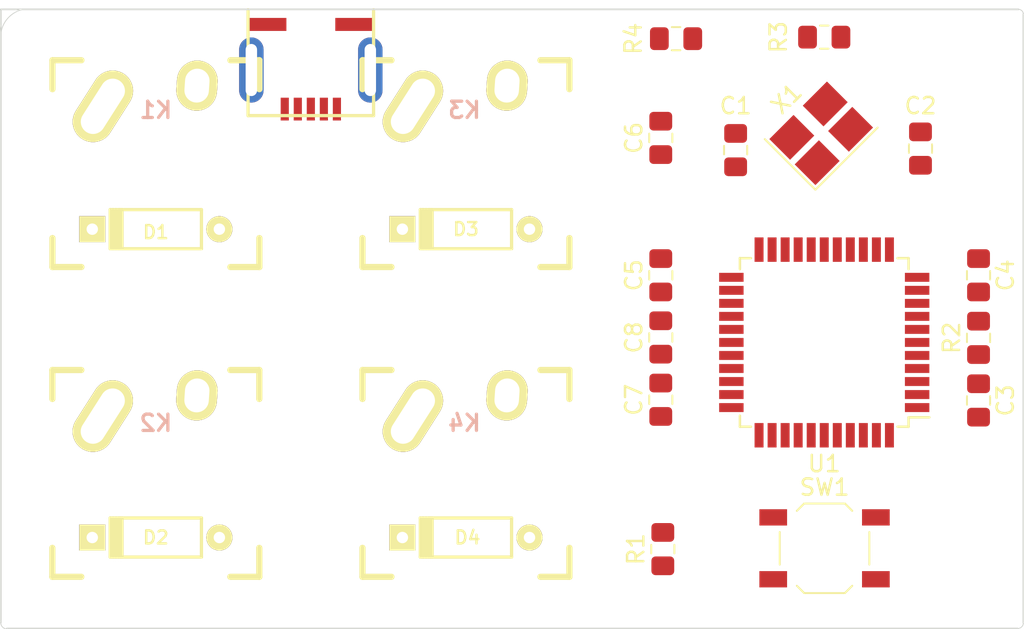
<source format=kicad_pcb>
(kicad_pcb (version 20171130) (host pcbnew "(5.1.5-0-10_14)")

  (general
    (thickness 1.6)
    (drawings 8)
    (tracks 0)
    (zones 0)
    (modules 24)
    (nets 43)
  )

  (page A4)
  (layers
    (0 F.Cu signal)
    (31 B.Cu signal)
    (32 B.Adhes user)
    (33 F.Adhes user)
    (34 B.Paste user)
    (35 F.Paste user)
    (36 B.SilkS user)
    (37 F.SilkS user)
    (38 B.Mask user)
    (39 F.Mask user)
    (40 Dwgs.User user)
    (41 Cmts.User user)
    (42 Eco1.User user)
    (43 Eco2.User user)
    (44 Edge.Cuts user)
    (45 Margin user)
    (46 B.CrtYd user)
    (47 F.CrtYd user)
    (48 B.Fab user)
    (49 F.Fab user)
  )

  (setup
    (last_trace_width 0.25)
    (trace_clearance 0.2)
    (zone_clearance 0.508)
    (zone_45_only no)
    (trace_min 0.2)
    (via_size 0.8)
    (via_drill 0.4)
    (via_min_size 0.4)
    (via_min_drill 0.3)
    (uvia_size 0.3)
    (uvia_drill 0.1)
    (uvias_allowed no)
    (uvia_min_size 0.2)
    (uvia_min_drill 0.1)
    (edge_width 0.05)
    (segment_width 0.2)
    (pcb_text_width 0.3)
    (pcb_text_size 1.5 1.5)
    (mod_edge_width 0.12)
    (mod_text_size 1 1)
    (mod_text_width 0.15)
    (pad_size 1.524 1.524)
    (pad_drill 0.762)
    (pad_to_mask_clearance 0.051)
    (solder_mask_min_width 0.25)
    (aux_axis_origin 0 0)
    (visible_elements FFFFFF7F)
    (pcbplotparams
      (layerselection 0x010fc_ffffffff)
      (usegerberextensions false)
      (usegerberattributes false)
      (usegerberadvancedattributes false)
      (creategerberjobfile false)
      (excludeedgelayer true)
      (linewidth 0.100000)
      (plotframeref false)
      (viasonmask false)
      (mode 1)
      (useauxorigin false)
      (hpglpennumber 1)
      (hpglpenspeed 20)
      (hpglpendiameter 15.000000)
      (psnegative false)
      (psa4output false)
      (plotreference true)
      (plotvalue true)
      (plotinvisibletext false)
      (padsonsilk false)
      (subtractmaskfromsilk false)
      (outputformat 1)
      (mirror false)
      (drillshape 1)
      (scaleselection 1)
      (outputdirectory ""))
  )

  (net 0 "")
  (net 1 +5V)
  (net 2 "Net-(C1-Pad1)")
  (net 3 "Net-(C2-Pad1)")
  (net 4 VCC)
  (net 5 "Net-(C8-Pad1)")
  (net 6 /row0)
  (net 7 "Net-(D1-Pad2)")
  (net 8 "Net-(D2-Pad2)")
  (net 9 /row1)
  (net 10 "Net-(D3-Pad2)")
  (net 11 "Net-(D4-Pad2)")
  (net 12 "Net-(J1-Pad2)")
  (net 13 "Net-(J1-Pad3)")
  (net 14 "Net-(J1-Pad4)")
  (net 15 /col0)
  (net 16 /col1)
  (net 17 "Net-(R1-Pad1)")
  (net 18 "Net-(R2-Pad2)")
  (net 19 "Net-(R3-Pad1)")
  (net 20 "Net-(R4-Pad1)")
  (net 21 "Net-(U1-Pad1)")
  (net 22 "Net-(U1-Pad8)")
  (net 23 "Net-(U1-Pad9)")
  (net 24 "Net-(U1-Pad10)")
  (net 25 "Net-(U1-Pad11)")
  (net 26 "Net-(U1-Pad12)")
  (net 27 "Net-(U1-Pad18)")
  (net 28 "Net-(U1-Pad19)")
  (net 29 "Net-(U1-Pad20)")
  (net 30 "Net-(U1-Pad21)")
  (net 31 "Net-(U1-Pad22)")
  (net 32 "Net-(U1-Pad25)")
  (net 33 "Net-(U1-Pad26)")
  (net 34 "Net-(U1-Pad27)")
  (net 35 "Net-(U1-Pad28)")
  (net 36 "Net-(U1-Pad29)")
  (net 37 "Net-(U1-Pad30)")
  (net 38 "Net-(U1-Pad31)")
  (net 39 "Net-(U1-Pad32)")
  (net 40 "Net-(U1-Pad36)")
  (net 41 "Net-(U1-Pad37)")
  (net 42 "Net-(U1-Pad42)")

  (net_class Default "This is the default net class."
    (clearance 0.2)
    (trace_width 0.25)
    (via_dia 0.8)
    (via_drill 0.4)
    (uvia_dia 0.3)
    (uvia_drill 0.1)
    (add_net +5V)
    (add_net /col0)
    (add_net /col1)
    (add_net /row0)
    (add_net /row1)
    (add_net "Net-(C1-Pad1)")
    (add_net "Net-(C2-Pad1)")
    (add_net "Net-(C8-Pad1)")
    (add_net "Net-(D1-Pad2)")
    (add_net "Net-(D2-Pad2)")
    (add_net "Net-(D3-Pad2)")
    (add_net "Net-(D4-Pad2)")
    (add_net "Net-(J1-Pad2)")
    (add_net "Net-(J1-Pad3)")
    (add_net "Net-(J1-Pad4)")
    (add_net "Net-(R1-Pad1)")
    (add_net "Net-(R2-Pad2)")
    (add_net "Net-(R3-Pad1)")
    (add_net "Net-(R4-Pad1)")
    (add_net "Net-(U1-Pad1)")
    (add_net "Net-(U1-Pad10)")
    (add_net "Net-(U1-Pad11)")
    (add_net "Net-(U1-Pad12)")
    (add_net "Net-(U1-Pad18)")
    (add_net "Net-(U1-Pad19)")
    (add_net "Net-(U1-Pad20)")
    (add_net "Net-(U1-Pad21)")
    (add_net "Net-(U1-Pad22)")
    (add_net "Net-(U1-Pad25)")
    (add_net "Net-(U1-Pad26)")
    (add_net "Net-(U1-Pad27)")
    (add_net "Net-(U1-Pad28)")
    (add_net "Net-(U1-Pad29)")
    (add_net "Net-(U1-Pad30)")
    (add_net "Net-(U1-Pad31)")
    (add_net "Net-(U1-Pad32)")
    (add_net "Net-(U1-Pad36)")
    (add_net "Net-(U1-Pad37)")
    (add_net "Net-(U1-Pad42)")
    (add_net "Net-(U1-Pad8)")
    (add_net "Net-(U1-Pad9)")
    (add_net VCC)
  )

  (module Capacitor_SMD:C_0805_2012Metric_Pad1.15x1.40mm_HandSolder (layer F.Cu) (tedit 5B36C52B) (tstamp 5E517B78)
    (at 169.96875 64.21875 90)
    (descr "Capacitor SMD 0805 (2012 Metric), square (rectangular) end terminal, IPC_7351 nominal with elongated pad for handsoldering. (Body size source: https://docs.google.com/spreadsheets/d/1BsfQQcO9C6DZCsRaXUlFlo91Tg2WpOkGARC1WS5S8t0/edit?usp=sharing), generated with kicad-footprint-generator")
    (tags "capacitor handsolder")
    (path /5E4BA97F)
    (attr smd)
    (fp_text reference C1 (at 2.71875 0 180) (layer F.SilkS)
      (effects (font (size 1 1) (thickness 0.15)))
    )
    (fp_text value 22p (at -2.90625 0 180) (layer F.Fab)
      (effects (font (size 1 1) (thickness 0.15)))
    )
    (fp_text user %R (at 0 0 90) (layer F.Fab)
      (effects (font (size 0.5 0.5) (thickness 0.08)))
    )
    (fp_line (start 1.85 0.95) (end -1.85 0.95) (layer F.CrtYd) (width 0.05))
    (fp_line (start 1.85 -0.95) (end 1.85 0.95) (layer F.CrtYd) (width 0.05))
    (fp_line (start -1.85 -0.95) (end 1.85 -0.95) (layer F.CrtYd) (width 0.05))
    (fp_line (start -1.85 0.95) (end -1.85 -0.95) (layer F.CrtYd) (width 0.05))
    (fp_line (start -0.261252 0.71) (end 0.261252 0.71) (layer F.SilkS) (width 0.12))
    (fp_line (start -0.261252 -0.71) (end 0.261252 -0.71) (layer F.SilkS) (width 0.12))
    (fp_line (start 1 0.6) (end -1 0.6) (layer F.Fab) (width 0.1))
    (fp_line (start 1 -0.6) (end 1 0.6) (layer F.Fab) (width 0.1))
    (fp_line (start -1 -0.6) (end 1 -0.6) (layer F.Fab) (width 0.1))
    (fp_line (start -1 0.6) (end -1 -0.6) (layer F.Fab) (width 0.1))
    (pad 2 smd roundrect (at 1.025 0 90) (size 1.15 1.4) (layers F.Cu F.Paste F.Mask) (roundrect_rratio 0.217391)
      (net 1 +5V))
    (pad 1 smd roundrect (at -1.025 0 90) (size 1.15 1.4) (layers F.Cu F.Paste F.Mask) (roundrect_rratio 0.217391)
      (net 2 "Net-(C1-Pad1)"))
    (model ${KISYS3DMOD}/Capacitor_SMD.3dshapes/C_0805_2012Metric.wrl
      (at (xyz 0 0 0))
      (scale (xyz 1 1 1))
      (rotate (xyz 0 0 0))
    )
  )

  (module Capacitor_SMD:C_0805_2012Metric_Pad1.15x1.40mm_HandSolder (layer F.Cu) (tedit 5B36C52B) (tstamp 5E5184A5)
    (at 181.3125 64.125 270)
    (descr "Capacitor SMD 0805 (2012 Metric), square (rectangular) end terminal, IPC_7351 nominal with elongated pad for handsoldering. (Body size source: https://docs.google.com/spreadsheets/d/1BsfQQcO9C6DZCsRaXUlFlo91Tg2WpOkGARC1WS5S8t0/edit?usp=sharing), generated with kicad-footprint-generator")
    (tags "capacitor handsolder")
    (path /5E4BB3B8)
    (attr smd)
    (fp_text reference C2 (at -2.625 0 180) (layer F.SilkS)
      (effects (font (size 1 1) (thickness 0.15)))
    )
    (fp_text value 22p (at 2.8125 0 180) (layer F.Fab)
      (effects (font (size 1 1) (thickness 0.15)))
    )
    (fp_line (start -1 0.6) (end -1 -0.6) (layer F.Fab) (width 0.1))
    (fp_line (start -1 -0.6) (end 1 -0.6) (layer F.Fab) (width 0.1))
    (fp_line (start 1 -0.6) (end 1 0.6) (layer F.Fab) (width 0.1))
    (fp_line (start 1 0.6) (end -1 0.6) (layer F.Fab) (width 0.1))
    (fp_line (start -0.261252 -0.71) (end 0.261252 -0.71) (layer F.SilkS) (width 0.12))
    (fp_line (start -0.261252 0.71) (end 0.261252 0.71) (layer F.SilkS) (width 0.12))
    (fp_line (start -1.85 0.95) (end -1.85 -0.95) (layer F.CrtYd) (width 0.05))
    (fp_line (start -1.85 -0.95) (end 1.85 -0.95) (layer F.CrtYd) (width 0.05))
    (fp_line (start 1.85 -0.95) (end 1.85 0.95) (layer F.CrtYd) (width 0.05))
    (fp_line (start 1.85 0.95) (end -1.85 0.95) (layer F.CrtYd) (width 0.05))
    (fp_text user %R (at 0 0 90) (layer F.Fab)
      (effects (font (size 0.5 0.5) (thickness 0.08)))
    )
    (pad 1 smd roundrect (at -1.025 0 270) (size 1.15 1.4) (layers F.Cu F.Paste F.Mask) (roundrect_rratio 0.217391)
      (net 3 "Net-(C2-Pad1)"))
    (pad 2 smd roundrect (at 1.025 0 270) (size 1.15 1.4) (layers F.Cu F.Paste F.Mask) (roundrect_rratio 0.217391)
      (net 1 +5V))
    (model ${KISYS3DMOD}/Capacitor_SMD.3dshapes/C_0805_2012Metric.wrl
      (at (xyz 0 0 0))
      (scale (xyz 1 1 1))
      (rotate (xyz 0 0 0))
    )
  )

  (module Capacitor_SMD:C_0805_2012Metric_Pad1.15x1.40mm_HandSolder (layer F.Cu) (tedit 5B36C52B) (tstamp 5E517B9A)
    (at 184.875 79.59375 270)
    (descr "Capacitor SMD 0805 (2012 Metric), square (rectangular) end terminal, IPC_7351 nominal with elongated pad for handsoldering. (Body size source: https://docs.google.com/spreadsheets/d/1BsfQQcO9C6DZCsRaXUlFlo91Tg2WpOkGARC1WS5S8t0/edit?usp=sharing), generated with kicad-footprint-generator")
    (tags "capacitor handsolder")
    (path /5E4C8B0E)
    (attr smd)
    (fp_text reference C3 (at 0 -1.65 90) (layer F.SilkS)
      (effects (font (size 1 1) (thickness 0.15)))
    )
    (fp_text value 0.1u (at 0 1.65 90) (layer F.Fab)
      (effects (font (size 1 1) (thickness 0.15)))
    )
    (fp_line (start -1 0.6) (end -1 -0.6) (layer F.Fab) (width 0.1))
    (fp_line (start -1 -0.6) (end 1 -0.6) (layer F.Fab) (width 0.1))
    (fp_line (start 1 -0.6) (end 1 0.6) (layer F.Fab) (width 0.1))
    (fp_line (start 1 0.6) (end -1 0.6) (layer F.Fab) (width 0.1))
    (fp_line (start -0.261252 -0.71) (end 0.261252 -0.71) (layer F.SilkS) (width 0.12))
    (fp_line (start -0.261252 0.71) (end 0.261252 0.71) (layer F.SilkS) (width 0.12))
    (fp_line (start -1.85 0.95) (end -1.85 -0.95) (layer F.CrtYd) (width 0.05))
    (fp_line (start -1.85 -0.95) (end 1.85 -0.95) (layer F.CrtYd) (width 0.05))
    (fp_line (start 1.85 -0.95) (end 1.85 0.95) (layer F.CrtYd) (width 0.05))
    (fp_line (start 1.85 0.95) (end -1.85 0.95) (layer F.CrtYd) (width 0.05))
    (fp_text user %R (at 0 0 90) (layer F.Fab)
      (effects (font (size 0.5 0.5) (thickness 0.08)))
    )
    (pad 1 smd roundrect (at -1.025 0 270) (size 1.15 1.4) (layers F.Cu F.Paste F.Mask) (roundrect_rratio 0.217391)
      (net 4 VCC))
    (pad 2 smd roundrect (at 1.025 0 270) (size 1.15 1.4) (layers F.Cu F.Paste F.Mask) (roundrect_rratio 0.217391)
      (net 1 +5V))
    (model ${KISYS3DMOD}/Capacitor_SMD.3dshapes/C_0805_2012Metric.wrl
      (at (xyz 0 0 0))
      (scale (xyz 1 1 1))
      (rotate (xyz 0 0 0))
    )
  )

  (module Capacitor_SMD:C_0805_2012Metric_Pad1.15x1.40mm_HandSolder (layer F.Cu) (tedit 5B36C52B) (tstamp 5E517BAB)
    (at 184.875 71.90625 270)
    (descr "Capacitor SMD 0805 (2012 Metric), square (rectangular) end terminal, IPC_7351 nominal with elongated pad for handsoldering. (Body size source: https://docs.google.com/spreadsheets/d/1BsfQQcO9C6DZCsRaXUlFlo91Tg2WpOkGARC1WS5S8t0/edit?usp=sharing), generated with kicad-footprint-generator")
    (tags "capacitor handsolder")
    (path /5E4C92B1)
    (attr smd)
    (fp_text reference C4 (at 0 -1.65 90) (layer F.SilkS)
      (effects (font (size 1 1) (thickness 0.15)))
    )
    (fp_text value 0.1u (at 0 1.65 90) (layer F.Fab)
      (effects (font (size 1 1) (thickness 0.15)))
    )
    (fp_text user %R (at 0 0 90) (layer F.Fab)
      (effects (font (size 0.5 0.5) (thickness 0.08)))
    )
    (fp_line (start 1.85 0.95) (end -1.85 0.95) (layer F.CrtYd) (width 0.05))
    (fp_line (start 1.85 -0.95) (end 1.85 0.95) (layer F.CrtYd) (width 0.05))
    (fp_line (start -1.85 -0.95) (end 1.85 -0.95) (layer F.CrtYd) (width 0.05))
    (fp_line (start -1.85 0.95) (end -1.85 -0.95) (layer F.CrtYd) (width 0.05))
    (fp_line (start -0.261252 0.71) (end 0.261252 0.71) (layer F.SilkS) (width 0.12))
    (fp_line (start -0.261252 -0.71) (end 0.261252 -0.71) (layer F.SilkS) (width 0.12))
    (fp_line (start 1 0.6) (end -1 0.6) (layer F.Fab) (width 0.1))
    (fp_line (start 1 -0.6) (end 1 0.6) (layer F.Fab) (width 0.1))
    (fp_line (start -1 -0.6) (end 1 -0.6) (layer F.Fab) (width 0.1))
    (fp_line (start -1 0.6) (end -1 -0.6) (layer F.Fab) (width 0.1))
    (pad 2 smd roundrect (at 1.025 0 270) (size 1.15 1.4) (layers F.Cu F.Paste F.Mask) (roundrect_rratio 0.217391)
      (net 1 +5V))
    (pad 1 smd roundrect (at -1.025 0 270) (size 1.15 1.4) (layers F.Cu F.Paste F.Mask) (roundrect_rratio 0.217391)
      (net 4 VCC))
    (model ${KISYS3DMOD}/Capacitor_SMD.3dshapes/C_0805_2012Metric.wrl
      (at (xyz 0 0 0))
      (scale (xyz 1 1 1))
      (rotate (xyz 0 0 0))
    )
  )

  (module Capacitor_SMD:C_0805_2012Metric_Pad1.15x1.40mm_HandSolder (layer F.Cu) (tedit 5B36C52B) (tstamp 5E517BBC)
    (at 165.375 71.90625 90)
    (descr "Capacitor SMD 0805 (2012 Metric), square (rectangular) end terminal, IPC_7351 nominal with elongated pad for handsoldering. (Body size source: https://docs.google.com/spreadsheets/d/1BsfQQcO9C6DZCsRaXUlFlo91Tg2WpOkGARC1WS5S8t0/edit?usp=sharing), generated with kicad-footprint-generator")
    (tags "capacitor handsolder")
    (path /5E4C9849)
    (attr smd)
    (fp_text reference C5 (at 0 -1.65 90) (layer F.SilkS)
      (effects (font (size 1 1) (thickness 0.15)))
    )
    (fp_text value 0.1u (at 0 1.65 90) (layer F.Fab)
      (effects (font (size 1 1) (thickness 0.15)))
    )
    (fp_line (start -1 0.6) (end -1 -0.6) (layer F.Fab) (width 0.1))
    (fp_line (start -1 -0.6) (end 1 -0.6) (layer F.Fab) (width 0.1))
    (fp_line (start 1 -0.6) (end 1 0.6) (layer F.Fab) (width 0.1))
    (fp_line (start 1 0.6) (end -1 0.6) (layer F.Fab) (width 0.1))
    (fp_line (start -0.261252 -0.71) (end 0.261252 -0.71) (layer F.SilkS) (width 0.12))
    (fp_line (start -0.261252 0.71) (end 0.261252 0.71) (layer F.SilkS) (width 0.12))
    (fp_line (start -1.85 0.95) (end -1.85 -0.95) (layer F.CrtYd) (width 0.05))
    (fp_line (start -1.85 -0.95) (end 1.85 -0.95) (layer F.CrtYd) (width 0.05))
    (fp_line (start 1.85 -0.95) (end 1.85 0.95) (layer F.CrtYd) (width 0.05))
    (fp_line (start 1.85 0.95) (end -1.85 0.95) (layer F.CrtYd) (width 0.05))
    (fp_text user %R (at 0 0 90) (layer F.Fab)
      (effects (font (size 0.5 0.5) (thickness 0.08)))
    )
    (pad 1 smd roundrect (at -1.025 0 90) (size 1.15 1.4) (layers F.Cu F.Paste F.Mask) (roundrect_rratio 0.217391)
      (net 4 VCC))
    (pad 2 smd roundrect (at 1.025 0 90) (size 1.15 1.4) (layers F.Cu F.Paste F.Mask) (roundrect_rratio 0.217391)
      (net 1 +5V))
    (model ${KISYS3DMOD}/Capacitor_SMD.3dshapes/C_0805_2012Metric.wrl
      (at (xyz 0 0 0))
      (scale (xyz 1 1 1))
      (rotate (xyz 0 0 0))
    )
  )

  (module Capacitor_SMD:C_0805_2012Metric_Pad1.15x1.40mm_HandSolder (layer F.Cu) (tedit 5B36C52B) (tstamp 5E517BCD)
    (at 165.375 63.46875 90)
    (descr "Capacitor SMD 0805 (2012 Metric), square (rectangular) end terminal, IPC_7351 nominal with elongated pad for handsoldering. (Body size source: https://docs.google.com/spreadsheets/d/1BsfQQcO9C6DZCsRaXUlFlo91Tg2WpOkGARC1WS5S8t0/edit?usp=sharing), generated with kicad-footprint-generator")
    (tags "capacitor handsolder")
    (path /5E4C9C15)
    (attr smd)
    (fp_text reference C6 (at 0 -1.65 90) (layer F.SilkS)
      (effects (font (size 1 1) (thickness 0.15)))
    )
    (fp_text value 0.1u (at 0 1.65 90) (layer F.Fab)
      (effects (font (size 1 1) (thickness 0.15)))
    )
    (fp_text user %R (at 0 0 90) (layer F.Fab)
      (effects (font (size 0.5 0.5) (thickness 0.08)))
    )
    (fp_line (start 1.85 0.95) (end -1.85 0.95) (layer F.CrtYd) (width 0.05))
    (fp_line (start 1.85 -0.95) (end 1.85 0.95) (layer F.CrtYd) (width 0.05))
    (fp_line (start -1.85 -0.95) (end 1.85 -0.95) (layer F.CrtYd) (width 0.05))
    (fp_line (start -1.85 0.95) (end -1.85 -0.95) (layer F.CrtYd) (width 0.05))
    (fp_line (start -0.261252 0.71) (end 0.261252 0.71) (layer F.SilkS) (width 0.12))
    (fp_line (start -0.261252 -0.71) (end 0.261252 -0.71) (layer F.SilkS) (width 0.12))
    (fp_line (start 1 0.6) (end -1 0.6) (layer F.Fab) (width 0.1))
    (fp_line (start 1 -0.6) (end 1 0.6) (layer F.Fab) (width 0.1))
    (fp_line (start -1 -0.6) (end 1 -0.6) (layer F.Fab) (width 0.1))
    (fp_line (start -1 0.6) (end -1 -0.6) (layer F.Fab) (width 0.1))
    (pad 2 smd roundrect (at 1.025 0 90) (size 1.15 1.4) (layers F.Cu F.Paste F.Mask) (roundrect_rratio 0.217391)
      (net 1 +5V))
    (pad 1 smd roundrect (at -1.025 0 90) (size 1.15 1.4) (layers F.Cu F.Paste F.Mask) (roundrect_rratio 0.217391)
      (net 4 VCC))
    (model ${KISYS3DMOD}/Capacitor_SMD.3dshapes/C_0805_2012Metric.wrl
      (at (xyz 0 0 0))
      (scale (xyz 1 1 1))
      (rotate (xyz 0 0 0))
    )
  )

  (module Capacitor_SMD:C_0805_2012Metric_Pad1.15x1.40mm_HandSolder (layer F.Cu) (tedit 5B36C52B) (tstamp 5E517BDE)
    (at 165.375 79.55 90)
    (descr "Capacitor SMD 0805 (2012 Metric), square (rectangular) end terminal, IPC_7351 nominal with elongated pad for handsoldering. (Body size source: https://docs.google.com/spreadsheets/d/1BsfQQcO9C6DZCsRaXUlFlo91Tg2WpOkGARC1WS5S8t0/edit?usp=sharing), generated with kicad-footprint-generator")
    (tags "capacitor handsolder")
    (path /5E4CA123)
    (attr smd)
    (fp_text reference C7 (at 0 -1.65 90) (layer F.SilkS)
      (effects (font (size 1 1) (thickness 0.15)))
    )
    (fp_text value 4.7u (at 0 1.65 90) (layer F.Fab)
      (effects (font (size 1 1) (thickness 0.15)))
    )
    (fp_line (start -1 0.6) (end -1 -0.6) (layer F.Fab) (width 0.1))
    (fp_line (start -1 -0.6) (end 1 -0.6) (layer F.Fab) (width 0.1))
    (fp_line (start 1 -0.6) (end 1 0.6) (layer F.Fab) (width 0.1))
    (fp_line (start 1 0.6) (end -1 0.6) (layer F.Fab) (width 0.1))
    (fp_line (start -0.261252 -0.71) (end 0.261252 -0.71) (layer F.SilkS) (width 0.12))
    (fp_line (start -0.261252 0.71) (end 0.261252 0.71) (layer F.SilkS) (width 0.12))
    (fp_line (start -1.85 0.95) (end -1.85 -0.95) (layer F.CrtYd) (width 0.05))
    (fp_line (start -1.85 -0.95) (end 1.85 -0.95) (layer F.CrtYd) (width 0.05))
    (fp_line (start 1.85 -0.95) (end 1.85 0.95) (layer F.CrtYd) (width 0.05))
    (fp_line (start 1.85 0.95) (end -1.85 0.95) (layer F.CrtYd) (width 0.05))
    (fp_text user %R (at 0 0 90) (layer F.Fab)
      (effects (font (size 0.5 0.5) (thickness 0.08)))
    )
    (pad 1 smd roundrect (at -1.025 0 90) (size 1.15 1.4) (layers F.Cu F.Paste F.Mask) (roundrect_rratio 0.217391)
      (net 4 VCC))
    (pad 2 smd roundrect (at 1.025 0 90) (size 1.15 1.4) (layers F.Cu F.Paste F.Mask) (roundrect_rratio 0.217391)
      (net 1 +5V))
    (model ${KISYS3DMOD}/Capacitor_SMD.3dshapes/C_0805_2012Metric.wrl
      (at (xyz 0 0 0))
      (scale (xyz 1 1 1))
      (rotate (xyz 0 0 0))
    )
  )

  (module Capacitor_SMD:C_0805_2012Metric_Pad1.15x1.40mm_HandSolder (layer F.Cu) (tedit 5B36C52B) (tstamp 5E517BEF)
    (at 165.375 75.725 90)
    (descr "Capacitor SMD 0805 (2012 Metric), square (rectangular) end terminal, IPC_7351 nominal with elongated pad for handsoldering. (Body size source: https://docs.google.com/spreadsheets/d/1BsfQQcO9C6DZCsRaXUlFlo91Tg2WpOkGARC1WS5S8t0/edit?usp=sharing), generated with kicad-footprint-generator")
    (tags "capacitor handsolder")
    (path /5E4E082B)
    (attr smd)
    (fp_text reference C8 (at 0 -1.65 90) (layer F.SilkS)
      (effects (font (size 1 1) (thickness 0.15)))
    )
    (fp_text value 1u (at 0 1.65 90) (layer F.Fab)
      (effects (font (size 1 1) (thickness 0.15)))
    )
    (fp_text user %R (at 0 0 90) (layer F.Fab)
      (effects (font (size 0.5 0.5) (thickness 0.08)))
    )
    (fp_line (start 1.85 0.95) (end -1.85 0.95) (layer F.CrtYd) (width 0.05))
    (fp_line (start 1.85 -0.95) (end 1.85 0.95) (layer F.CrtYd) (width 0.05))
    (fp_line (start -1.85 -0.95) (end 1.85 -0.95) (layer F.CrtYd) (width 0.05))
    (fp_line (start -1.85 0.95) (end -1.85 -0.95) (layer F.CrtYd) (width 0.05))
    (fp_line (start -0.261252 0.71) (end 0.261252 0.71) (layer F.SilkS) (width 0.12))
    (fp_line (start -0.261252 -0.71) (end 0.261252 -0.71) (layer F.SilkS) (width 0.12))
    (fp_line (start 1 0.6) (end -1 0.6) (layer F.Fab) (width 0.1))
    (fp_line (start 1 -0.6) (end 1 0.6) (layer F.Fab) (width 0.1))
    (fp_line (start -1 -0.6) (end 1 -0.6) (layer F.Fab) (width 0.1))
    (fp_line (start -1 0.6) (end -1 -0.6) (layer F.Fab) (width 0.1))
    (pad 2 smd roundrect (at 1.025 0 90) (size 1.15 1.4) (layers F.Cu F.Paste F.Mask) (roundrect_rratio 0.217391)
      (net 1 +5V))
    (pad 1 smd roundrect (at -1.025 0 90) (size 1.15 1.4) (layers F.Cu F.Paste F.Mask) (roundrect_rratio 0.217391)
      (net 5 "Net-(C8-Pad1)"))
    (model ${KISYS3DMOD}/Capacitor_SMD.3dshapes/C_0805_2012Metric.wrl
      (at (xyz 0 0 0))
      (scale (xyz 1 1 1))
      (rotate (xyz 0 0 0))
    )
  )

  (module keyboard_parts.pretty:D_axial (layer F.Cu) (tedit 561B6A3D) (tstamp 5E517BFE)
    (at 134.3875 69.075)
    (path /5E4CD392)
    (fp_text reference D1 (at 0 0.1875) (layer F.SilkS)
      (effects (font (size 0.8 0.8) (thickness 0.15)))
    )
    (fp_text value D (at 0 -1.925) (layer F.SilkS) hide
      (effects (font (size 0.8 0.8) (thickness 0.15)))
    )
    (fp_line (start -2.075 -1.2) (end -2.075 1.2) (layer F.SilkS) (width 0.2))
    (fp_line (start -2.175 -1.2) (end -2.175 1.2) (layer F.SilkS) (width 0.2))
    (fp_line (start -2.275 -1.2) (end -2.275 1.2) (layer F.SilkS) (width 0.2))
    (fp_line (start -2.45 -1.2) (end -2.45 1.2) (layer F.SilkS) (width 0.2))
    (fp_line (start -2.625 -1.2) (end -2.625 1.2) (layer F.SilkS) (width 0.2))
    (fp_line (start -2.8 -1.2) (end -2.8 1.2) (layer F.SilkS) (width 0.2))
    (fp_line (start -2.8 -1.2) (end 2.8 -1.2) (layer F.SilkS) (width 0.2))
    (fp_line (start 2.8 -1.2) (end 2.8 1.2) (layer F.SilkS) (width 0.2))
    (fp_line (start 2.8 1.2) (end -2.8 1.2) (layer F.SilkS) (width 0.2))
    (pad 1 thru_hole rect (at -3.9 0) (size 1.6 1.6) (drill 0.7) (layers *.Cu *.Mask F.SilkS)
      (net 6 /row0))
    (pad 2 thru_hole circle (at 3.9 0) (size 1.6 1.6) (drill 0.7) (layers *.Cu *.Mask F.SilkS)
      (net 7 "Net-(D1-Pad2)"))
  )

  (module keyboard_parts.pretty:D_axial (layer F.Cu) (tedit 561B6A3D) (tstamp 5E51939B)
    (at 134.3875 88.0125)
    (path /5E4D2336)
    (fp_text reference D2 (at 0 0) (layer F.SilkS)
      (effects (font (size 0.8 0.8) (thickness 0.15)))
    )
    (fp_text value D (at 0 -1.925) (layer F.SilkS) hide
      (effects (font (size 0.8 0.8) (thickness 0.15)))
    )
    (fp_line (start 2.8 1.2) (end -2.8 1.2) (layer F.SilkS) (width 0.2))
    (fp_line (start 2.8 -1.2) (end 2.8 1.2) (layer F.SilkS) (width 0.2))
    (fp_line (start -2.8 -1.2) (end 2.8 -1.2) (layer F.SilkS) (width 0.2))
    (fp_line (start -2.8 -1.2) (end -2.8 1.2) (layer F.SilkS) (width 0.2))
    (fp_line (start -2.625 -1.2) (end -2.625 1.2) (layer F.SilkS) (width 0.2))
    (fp_line (start -2.45 -1.2) (end -2.45 1.2) (layer F.SilkS) (width 0.2))
    (fp_line (start -2.275 -1.2) (end -2.275 1.2) (layer F.SilkS) (width 0.2))
    (fp_line (start -2.175 -1.2) (end -2.175 1.2) (layer F.SilkS) (width 0.2))
    (fp_line (start -2.075 -1.2) (end -2.075 1.2) (layer F.SilkS) (width 0.2))
    (pad 2 thru_hole circle (at 3.9 0) (size 1.6 1.6) (drill 0.7) (layers *.Cu *.Mask F.SilkS)
      (net 8 "Net-(D2-Pad2)"))
    (pad 1 thru_hole rect (at -3.9 0) (size 1.6 1.6) (drill 0.7) (layers *.Cu *.Mask F.SilkS)
      (net 6 /row0))
  )

  (module keyboard_parts.pretty:D_axial (layer F.Cu) (tedit 561B6A3D) (tstamp 5E517C1C)
    (at 153.41875 69.075)
    (path /5E4D36FA)
    (fp_text reference D3 (at 0 0) (layer F.SilkS)
      (effects (font (size 0.8 0.8) (thickness 0.15)))
    )
    (fp_text value D (at 0 -1.925) (layer F.SilkS) hide
      (effects (font (size 0.8 0.8) (thickness 0.15)))
    )
    (fp_line (start -2.075 -1.2) (end -2.075 1.2) (layer F.SilkS) (width 0.2))
    (fp_line (start -2.175 -1.2) (end -2.175 1.2) (layer F.SilkS) (width 0.2))
    (fp_line (start -2.275 -1.2) (end -2.275 1.2) (layer F.SilkS) (width 0.2))
    (fp_line (start -2.45 -1.2) (end -2.45 1.2) (layer F.SilkS) (width 0.2))
    (fp_line (start -2.625 -1.2) (end -2.625 1.2) (layer F.SilkS) (width 0.2))
    (fp_line (start -2.8 -1.2) (end -2.8 1.2) (layer F.SilkS) (width 0.2))
    (fp_line (start -2.8 -1.2) (end 2.8 -1.2) (layer F.SilkS) (width 0.2))
    (fp_line (start 2.8 -1.2) (end 2.8 1.2) (layer F.SilkS) (width 0.2))
    (fp_line (start 2.8 1.2) (end -2.8 1.2) (layer F.SilkS) (width 0.2))
    (pad 1 thru_hole rect (at -3.9 0) (size 1.6 1.6) (drill 0.7) (layers *.Cu *.Mask F.SilkS)
      (net 9 /row1))
    (pad 2 thru_hole circle (at 3.9 0) (size 1.6 1.6) (drill 0.7) (layers *.Cu *.Mask F.SilkS)
      (net 10 "Net-(D3-Pad2)"))
  )

  (module keyboard_parts.pretty:D_axial (layer F.Cu) (tedit 561B6A3D) (tstamp 5E517C2B)
    (at 153.41875 88.0125)
    (path /5E4D4E94)
    (fp_text reference D4 (at 0.09375 0) (layer F.SilkS)
      (effects (font (size 0.8 0.8) (thickness 0.15)))
    )
    (fp_text value D (at 0 -1.925) (layer F.SilkS) hide
      (effects (font (size 0.8 0.8) (thickness 0.15)))
    )
    (fp_line (start 2.8 1.2) (end -2.8 1.2) (layer F.SilkS) (width 0.2))
    (fp_line (start 2.8 -1.2) (end 2.8 1.2) (layer F.SilkS) (width 0.2))
    (fp_line (start -2.8 -1.2) (end 2.8 -1.2) (layer F.SilkS) (width 0.2))
    (fp_line (start -2.8 -1.2) (end -2.8 1.2) (layer F.SilkS) (width 0.2))
    (fp_line (start -2.625 -1.2) (end -2.625 1.2) (layer F.SilkS) (width 0.2))
    (fp_line (start -2.45 -1.2) (end -2.45 1.2) (layer F.SilkS) (width 0.2))
    (fp_line (start -2.275 -1.2) (end -2.275 1.2) (layer F.SilkS) (width 0.2))
    (fp_line (start -2.175 -1.2) (end -2.175 1.2) (layer F.SilkS) (width 0.2))
    (fp_line (start -2.075 -1.2) (end -2.075 1.2) (layer F.SilkS) (width 0.2))
    (pad 2 thru_hole circle (at 3.9 0) (size 1.6 1.6) (drill 0.7) (layers *.Cu *.Mask F.SilkS)
      (net 11 "Net-(D4-Pad2)"))
    (pad 1 thru_hole rect (at -3.9 0) (size 1.6 1.6) (drill 0.7) (layers *.Cu *.Mask F.SilkS)
      (net 9 /row1))
  )

  (module keyboard_parts.pretty:USB_miniB_hirose_5S8 (layer F.Cu) (tedit 5950B1FC) (tstamp 5E517C40)
    (at 143.9 61.7 180)
    (descr "USB miniB hirose UX60SC-MB-5S8")
    (tags "USB miniB hirose through hole UX60SC-MB-5S8")
    (path /5E4D8FE8)
    (fp_text reference J1 (at 0 2.45) (layer F.SilkS) hide
      (effects (font (size 0.8128 0.8128) (thickness 0.2032)))
    )
    (fp_text value USB_mini_micro_B (at 0 7.95) (layer Dwgs.User) hide
      (effects (font (size 1.524 1.524) (thickness 0.3048)))
    )
    (fp_line (start 3.85 -0.4) (end 3.85 6.1) (layer F.SilkS) (width 0.2))
    (fp_line (start -3.85 -0.4) (end -3.85 6.1) (layer F.SilkS) (width 0.2))
    (fp_line (start -3.85 -0.4) (end 3.85 -0.4) (layer F.SilkS) (width 0.2))
    (fp_line (start -1 6.1) (end 1 6.1) (layer Dwgs.User) (width 0.2))
    (fp_line (start -3.85 6.6) (end -3.85 5.7) (layer Dwgs.User) (width 0.2))
    (fp_line (start 3.85 6.6) (end 3.85 5.7) (layer Dwgs.User) (width 0.2))
    (fp_text user "PCB edge" (at -0.05 5.35) (layer Dwgs.User) hide
      (effects (font (size 0.5 0.5) (thickness 0.125)))
    )
    (fp_line (start -3.85 6.6) (end 3.85 6.6) (layer Dwgs.User) (width 0.2))
    (pad 6 smd rect (at 2.675 5.2 180) (size 2.35 0.8) (layers F.Cu F.Paste F.Mask)
      (net 1 +5V))
    (pad 6 smd rect (at -2.675 5.2 180) (size 2.35 0.8) (layers F.Cu F.Paste F.Mask)
      (net 1 +5V))
    (pad 1 smd rect (at -1.6 0 180) (size 0.5 1.4) (layers F.Cu F.Paste F.Mask)
      (net 4 VCC))
    (pad 2 smd rect (at -0.8 0 180) (size 0.5 1.4) (layers F.Cu F.Paste F.Mask)
      (net 12 "Net-(J1-Pad2)"))
    (pad 3 smd rect (at 0 0 180) (size 0.5 1.4) (layers F.Cu F.Paste F.Mask)
      (net 13 "Net-(J1-Pad3)"))
    (pad 4 smd rect (at 0.8 0 180) (size 0.5 1.4) (layers F.Cu F.Paste F.Mask)
      (net 14 "Net-(J1-Pad4)"))
    (pad 5 smd rect (at 1.6 0 180) (size 0.5 1.4) (layers F.Cu F.Paste F.Mask)
      (net 1 +5V))
    (pad 6 thru_hole oval (at -3.65 2.4 180) (size 1.5 4) (drill oval 0.7 3.2) (layers *.Cu *.Mask F.Paste)
      (net 1 +5V))
    (pad 6 thru_hole oval (at 3.65 2.4 180) (size 1.5 4) (drill oval 0.7 3.2) (layers *.Cu *.Mask F.Paste)
      (net 1 +5V))
  )

  (module keebs.pretty:Mx_Alps_100 locked (layer F.Cu) (tedit 58057B75) (tstamp 5E517C65)
    (at 134.392951 65.049201)
    (descr MXALPS)
    (tags MXALPS)
    (path /5E4CBD46)
    (fp_text reference K1 (at -0.005451 -3.286701) (layer B.SilkS)
      (effects (font (size 1 1) (thickness 0.2)) (justify mirror))
    )
    (fp_text value KEYSW (at 5.334 10.922) (layer B.SilkS) hide
      (effects (font (size 1.524 1.524) (thickness 0.3048)) (justify mirror))
    )
    (fp_line (start -6.35 -6.35) (end 6.35 -6.35) (layer Cmts.User) (width 0.1524))
    (fp_line (start 6.35 -6.35) (end 6.35 6.35) (layer Cmts.User) (width 0.1524))
    (fp_line (start 6.35 6.35) (end -6.35 6.35) (layer Cmts.User) (width 0.1524))
    (fp_line (start -6.35 6.35) (end -6.35 -6.35) (layer Cmts.User) (width 0.1524))
    (fp_line (start -9.398 -9.398) (end 9.398 -9.398) (layer Dwgs.User) (width 0.1524))
    (fp_line (start 9.398 -9.398) (end 9.398 9.398) (layer Dwgs.User) (width 0.1524))
    (fp_line (start 9.398 9.398) (end -9.398 9.398) (layer Dwgs.User) (width 0.1524))
    (fp_line (start -9.398 9.398) (end -9.398 -9.398) (layer Dwgs.User) (width 0.1524))
    (fp_line (start -6.35 -6.35) (end -4.572 -6.35) (layer F.SilkS) (width 0.381))
    (fp_line (start 4.572 -6.35) (end 6.35 -6.35) (layer F.SilkS) (width 0.381))
    (fp_line (start 6.35 -6.35) (end 6.35 -4.572) (layer F.SilkS) (width 0.381))
    (fp_line (start 6.35 4.572) (end 6.35 6.35) (layer F.SilkS) (width 0.381))
    (fp_line (start 6.35 6.35) (end 4.572 6.35) (layer F.SilkS) (width 0.381))
    (fp_line (start -4.572 6.35) (end -6.35 6.35) (layer F.SilkS) (width 0.381))
    (fp_line (start -6.35 6.35) (end -6.35 4.572) (layer F.SilkS) (width 0.381))
    (fp_line (start -6.35 -4.572) (end -6.35 -6.35) (layer F.SilkS) (width 0.381))
    (fp_line (start -6.985 -6.985) (end 6.985 -6.985) (layer Eco2.User) (width 0.1524))
    (fp_line (start 6.985 -6.985) (end 6.985 6.985) (layer Eco2.User) (width 0.1524))
    (fp_line (start 6.985 6.985) (end -6.985 6.985) (layer Eco2.User) (width 0.1524))
    (fp_line (start -6.985 6.985) (end -6.985 -6.985) (layer Eco2.User) (width 0.1524))
    (fp_line (start -7.75 6.4) (end -7.75 -6.4) (layer Dwgs.User) (width 0.3))
    (fp_line (start -7.75 6.4) (end 7.75 6.4) (layer Dwgs.User) (width 0.3))
    (fp_line (start 7.75 6.4) (end 7.75 -6.4) (layer Dwgs.User) (width 0.3))
    (fp_line (start 7.75 -6.4) (end -7.75 -6.4) (layer Dwgs.User) (width 0.3))
    (fp_line (start -7.62 -7.62) (end 7.62 -7.62) (layer Dwgs.User) (width 0.3))
    (fp_line (start 7.62 -7.62) (end 7.62 7.62) (layer Dwgs.User) (width 0.3))
    (fp_line (start 7.62 7.62) (end -7.62 7.62) (layer Dwgs.User) (width 0.3))
    (fp_line (start -7.62 7.62) (end -7.62 -7.62) (layer Dwgs.User) (width 0.3))
    (pad HOLE np_thru_hole circle (at 0 0) (size 3.9878 3.9878) (drill 3.9878) (layers *.Cu))
    (pad HOLE np_thru_hole circle (at -5.08 0) (size 1.7018 1.7018) (drill 1.7018) (layers *.Cu))
    (pad HOLE np_thru_hole circle (at 5.08 0) (size 1.7018 1.7018) (drill 1.7018) (layers *.Cu))
    (pad 1 thru_hole oval (at -3.255 -3.52 327.5) (size 2.5 4.75) (drill oval 1.5 3.75) (layers *.Cu *.Mask F.SilkS)
      (net 15 /col0))
    (pad 2 thru_hole oval (at 2.52 -4.79 356.1) (size 2.5 3.08) (drill oval 1.5 2.08) (layers *.Cu *.Mask F.SilkS)
      (net 7 "Net-(D1-Pad2)"))
  )

  (module keebs.pretty:Mx_Alps_100 locked (layer F.Cu) (tedit 58057B75) (tstamp 5E517C8A)
    (at 134.3875 84.075)
    (descr MXALPS)
    (tags MXALPS)
    (path /5E4D2330)
    (fp_text reference K2 (at 0 -3.09375) (layer B.SilkS)
      (effects (font (size 1 1) (thickness 0.2)) (justify mirror))
    )
    (fp_text value KEYSW (at 5.334 10.922) (layer B.SilkS) hide
      (effects (font (size 1.524 1.524) (thickness 0.3048)) (justify mirror))
    )
    (fp_line (start -7.62 7.62) (end -7.62 -7.62) (layer Dwgs.User) (width 0.3))
    (fp_line (start 7.62 7.62) (end -7.62 7.62) (layer Dwgs.User) (width 0.3))
    (fp_line (start 7.62 -7.62) (end 7.62 7.62) (layer Dwgs.User) (width 0.3))
    (fp_line (start -7.62 -7.62) (end 7.62 -7.62) (layer Dwgs.User) (width 0.3))
    (fp_line (start 7.75 -6.4) (end -7.75 -6.4) (layer Dwgs.User) (width 0.3))
    (fp_line (start 7.75 6.4) (end 7.75 -6.4) (layer Dwgs.User) (width 0.3))
    (fp_line (start -7.75 6.4) (end 7.75 6.4) (layer Dwgs.User) (width 0.3))
    (fp_line (start -7.75 6.4) (end -7.75 -6.4) (layer Dwgs.User) (width 0.3))
    (fp_line (start -6.985 6.985) (end -6.985 -6.985) (layer Eco2.User) (width 0.1524))
    (fp_line (start 6.985 6.985) (end -6.985 6.985) (layer Eco2.User) (width 0.1524))
    (fp_line (start 6.985 -6.985) (end 6.985 6.985) (layer Eco2.User) (width 0.1524))
    (fp_line (start -6.985 -6.985) (end 6.985 -6.985) (layer Eco2.User) (width 0.1524))
    (fp_line (start -6.35 -4.572) (end -6.35 -6.35) (layer F.SilkS) (width 0.381))
    (fp_line (start -6.35 6.35) (end -6.35 4.572) (layer F.SilkS) (width 0.381))
    (fp_line (start -4.572 6.35) (end -6.35 6.35) (layer F.SilkS) (width 0.381))
    (fp_line (start 6.35 6.35) (end 4.572 6.35) (layer F.SilkS) (width 0.381))
    (fp_line (start 6.35 4.572) (end 6.35 6.35) (layer F.SilkS) (width 0.381))
    (fp_line (start 6.35 -6.35) (end 6.35 -4.572) (layer F.SilkS) (width 0.381))
    (fp_line (start 4.572 -6.35) (end 6.35 -6.35) (layer F.SilkS) (width 0.381))
    (fp_line (start -6.35 -6.35) (end -4.572 -6.35) (layer F.SilkS) (width 0.381))
    (fp_line (start -9.398 9.398) (end -9.398 -9.398) (layer Dwgs.User) (width 0.1524))
    (fp_line (start 9.398 9.398) (end -9.398 9.398) (layer Dwgs.User) (width 0.1524))
    (fp_line (start 9.398 -9.398) (end 9.398 9.398) (layer Dwgs.User) (width 0.1524))
    (fp_line (start -9.398 -9.398) (end 9.398 -9.398) (layer Dwgs.User) (width 0.1524))
    (fp_line (start -6.35 6.35) (end -6.35 -6.35) (layer Cmts.User) (width 0.1524))
    (fp_line (start 6.35 6.35) (end -6.35 6.35) (layer Cmts.User) (width 0.1524))
    (fp_line (start 6.35 -6.35) (end 6.35 6.35) (layer Cmts.User) (width 0.1524))
    (fp_line (start -6.35 -6.35) (end 6.35 -6.35) (layer Cmts.User) (width 0.1524))
    (pad 2 thru_hole oval (at 2.52 -4.79 356.1) (size 2.5 3.08) (drill oval 1.5 2.08) (layers *.Cu *.Mask F.SilkS)
      (net 8 "Net-(D2-Pad2)"))
    (pad 1 thru_hole oval (at -3.255 -3.52 327.5) (size 2.5 4.75) (drill oval 1.5 3.75) (layers *.Cu *.Mask F.SilkS)
      (net 16 /col1))
    (pad HOLE np_thru_hole circle (at 5.08 0) (size 1.7018 1.7018) (drill 1.7018) (layers *.Cu))
    (pad HOLE np_thru_hole circle (at -5.08 0) (size 1.7018 1.7018) (drill 1.7018) (layers *.Cu))
    (pad HOLE np_thru_hole circle (at 0 0) (size 3.9878 3.9878) (drill 3.9878) (layers *.Cu))
  )

  (module keebs.pretty:Mx_Alps_100 locked (layer F.Cu) (tedit 58057B75) (tstamp 5E517CAF)
    (at 153.41875 65.049201)
    (descr MXALPS)
    (tags MXALPS)
    (path /5E4D36F4)
    (fp_text reference K3 (at -0.09375 -3.286701) (layer B.SilkS)
      (effects (font (size 1 1) (thickness 0.2)) (justify mirror))
    )
    (fp_text value KEYSW (at 5.334 10.922) (layer B.SilkS) hide
      (effects (font (size 1.524 1.524) (thickness 0.3048)) (justify mirror))
    )
    (fp_line (start -6.35 -6.35) (end 6.35 -6.35) (layer Cmts.User) (width 0.1524))
    (fp_line (start 6.35 -6.35) (end 6.35 6.35) (layer Cmts.User) (width 0.1524))
    (fp_line (start 6.35 6.35) (end -6.35 6.35) (layer Cmts.User) (width 0.1524))
    (fp_line (start -6.35 6.35) (end -6.35 -6.35) (layer Cmts.User) (width 0.1524))
    (fp_line (start -9.398 -9.398) (end 9.398 -9.398) (layer Dwgs.User) (width 0.1524))
    (fp_line (start 9.398 -9.398) (end 9.398 9.398) (layer Dwgs.User) (width 0.1524))
    (fp_line (start 9.398 9.398) (end -9.398 9.398) (layer Dwgs.User) (width 0.1524))
    (fp_line (start -9.398 9.398) (end -9.398 -9.398) (layer Dwgs.User) (width 0.1524))
    (fp_line (start -6.35 -6.35) (end -4.572 -6.35) (layer F.SilkS) (width 0.381))
    (fp_line (start 4.572 -6.35) (end 6.35 -6.35) (layer F.SilkS) (width 0.381))
    (fp_line (start 6.35 -6.35) (end 6.35 -4.572) (layer F.SilkS) (width 0.381))
    (fp_line (start 6.35 4.572) (end 6.35 6.35) (layer F.SilkS) (width 0.381))
    (fp_line (start 6.35 6.35) (end 4.572 6.35) (layer F.SilkS) (width 0.381))
    (fp_line (start -4.572 6.35) (end -6.35 6.35) (layer F.SilkS) (width 0.381))
    (fp_line (start -6.35 6.35) (end -6.35 4.572) (layer F.SilkS) (width 0.381))
    (fp_line (start -6.35 -4.572) (end -6.35 -6.35) (layer F.SilkS) (width 0.381))
    (fp_line (start -6.985 -6.985) (end 6.985 -6.985) (layer Eco2.User) (width 0.1524))
    (fp_line (start 6.985 -6.985) (end 6.985 6.985) (layer Eco2.User) (width 0.1524))
    (fp_line (start 6.985 6.985) (end -6.985 6.985) (layer Eco2.User) (width 0.1524))
    (fp_line (start -6.985 6.985) (end -6.985 -6.985) (layer Eco2.User) (width 0.1524))
    (fp_line (start -7.75 6.4) (end -7.75 -6.4) (layer Dwgs.User) (width 0.3))
    (fp_line (start -7.75 6.4) (end 7.75 6.4) (layer Dwgs.User) (width 0.3))
    (fp_line (start 7.75 6.4) (end 7.75 -6.4) (layer Dwgs.User) (width 0.3))
    (fp_line (start 7.75 -6.4) (end -7.75 -6.4) (layer Dwgs.User) (width 0.3))
    (fp_line (start -7.62 -7.62) (end 7.62 -7.62) (layer Dwgs.User) (width 0.3))
    (fp_line (start 7.62 -7.62) (end 7.62 7.62) (layer Dwgs.User) (width 0.3))
    (fp_line (start 7.62 7.62) (end -7.62 7.62) (layer Dwgs.User) (width 0.3))
    (fp_line (start -7.62 7.62) (end -7.62 -7.62) (layer Dwgs.User) (width 0.3))
    (pad HOLE np_thru_hole circle (at 0 0) (size 3.9878 3.9878) (drill 3.9878) (layers *.Cu))
    (pad HOLE np_thru_hole circle (at -5.08 0) (size 1.7018 1.7018) (drill 1.7018) (layers *.Cu))
    (pad HOLE np_thru_hole circle (at 5.08 0) (size 1.7018 1.7018) (drill 1.7018) (layers *.Cu))
    (pad 1 thru_hole oval (at -3.255 -3.52 327.5) (size 2.5 4.75) (drill oval 1.5 3.75) (layers *.Cu *.Mask F.SilkS)
      (net 15 /col0))
    (pad 2 thru_hole oval (at 2.52 -4.79 356.1) (size 2.5 3.08) (drill oval 1.5 2.08) (layers *.Cu *.Mask F.SilkS)
      (net 10 "Net-(D3-Pad2)"))
  )

  (module keebs.pretty:Mx_Alps_100 locked (layer F.Cu) (tedit 58057B75) (tstamp 5E517CD4)
    (at 153.41875 84.075)
    (descr MXALPS)
    (tags MXALPS)
    (path /5E4D4E8E)
    (fp_text reference K4 (at -0.09375 -3.09375) (layer B.SilkS)
      (effects (font (size 1 1) (thickness 0.2)) (justify mirror))
    )
    (fp_text value KEYSW (at 5.334 10.922) (layer B.SilkS) hide
      (effects (font (size 1.524 1.524) (thickness 0.3048)) (justify mirror))
    )
    (fp_line (start -7.62 7.62) (end -7.62 -7.62) (layer Dwgs.User) (width 0.3))
    (fp_line (start 7.62 7.62) (end -7.62 7.62) (layer Dwgs.User) (width 0.3))
    (fp_line (start 7.62 -7.62) (end 7.62 7.62) (layer Dwgs.User) (width 0.3))
    (fp_line (start -7.62 -7.62) (end 7.62 -7.62) (layer Dwgs.User) (width 0.3))
    (fp_line (start 7.75 -6.4) (end -7.75 -6.4) (layer Dwgs.User) (width 0.3))
    (fp_line (start 7.75 6.4) (end 7.75 -6.4) (layer Dwgs.User) (width 0.3))
    (fp_line (start -7.75 6.4) (end 7.75 6.4) (layer Dwgs.User) (width 0.3))
    (fp_line (start -7.75 6.4) (end -7.75 -6.4) (layer Dwgs.User) (width 0.3))
    (fp_line (start -6.985 6.985) (end -6.985 -6.985) (layer Eco2.User) (width 0.1524))
    (fp_line (start 6.985 6.985) (end -6.985 6.985) (layer Eco2.User) (width 0.1524))
    (fp_line (start 6.985 -6.985) (end 6.985 6.985) (layer Eco2.User) (width 0.1524))
    (fp_line (start -6.985 -6.985) (end 6.985 -6.985) (layer Eco2.User) (width 0.1524))
    (fp_line (start -6.35 -4.572) (end -6.35 -6.35) (layer F.SilkS) (width 0.381))
    (fp_line (start -6.35 6.35) (end -6.35 4.572) (layer F.SilkS) (width 0.381))
    (fp_line (start -4.572 6.35) (end -6.35 6.35) (layer F.SilkS) (width 0.381))
    (fp_line (start 6.35 6.35) (end 4.572 6.35) (layer F.SilkS) (width 0.381))
    (fp_line (start 6.35 4.572) (end 6.35 6.35) (layer F.SilkS) (width 0.381))
    (fp_line (start 6.35 -6.35) (end 6.35 -4.572) (layer F.SilkS) (width 0.381))
    (fp_line (start 4.572 -6.35) (end 6.35 -6.35) (layer F.SilkS) (width 0.381))
    (fp_line (start -6.35 -6.35) (end -4.572 -6.35) (layer F.SilkS) (width 0.381))
    (fp_line (start -9.398 9.398) (end -9.398 -9.398) (layer Dwgs.User) (width 0.1524))
    (fp_line (start 9.398 9.398) (end -9.398 9.398) (layer Dwgs.User) (width 0.1524))
    (fp_line (start 9.398 -9.398) (end 9.398 9.398) (layer Dwgs.User) (width 0.1524))
    (fp_line (start -9.398 -9.398) (end 9.398 -9.398) (layer Dwgs.User) (width 0.1524))
    (fp_line (start -6.35 6.35) (end -6.35 -6.35) (layer Cmts.User) (width 0.1524))
    (fp_line (start 6.35 6.35) (end -6.35 6.35) (layer Cmts.User) (width 0.1524))
    (fp_line (start 6.35 -6.35) (end 6.35 6.35) (layer Cmts.User) (width 0.1524))
    (fp_line (start -6.35 -6.35) (end 6.35 -6.35) (layer Cmts.User) (width 0.1524))
    (pad 2 thru_hole oval (at 2.52 -4.79 356.1) (size 2.5 3.08) (drill oval 1.5 2.08) (layers *.Cu *.Mask F.SilkS)
      (net 11 "Net-(D4-Pad2)"))
    (pad 1 thru_hole oval (at -3.255 -3.52 327.5) (size 2.5 4.75) (drill oval 1.5 3.75) (layers *.Cu *.Mask F.SilkS)
      (net 16 /col1))
    (pad HOLE np_thru_hole circle (at 5.08 0) (size 1.7018 1.7018) (drill 1.7018) (layers *.Cu))
    (pad HOLE np_thru_hole circle (at -5.08 0) (size 1.7018 1.7018) (drill 1.7018) (layers *.Cu))
    (pad HOLE np_thru_hole circle (at 0 0) (size 3.9878 3.9878) (drill 3.9878) (layers *.Cu))
  )

  (module Resistor_SMD:R_0805_2012Metric_Pad1.15x1.40mm_HandSolder (layer F.Cu) (tedit 5B36C52B) (tstamp 5E517CE5)
    (at 165.5 88.725 90)
    (descr "Resistor SMD 0805 (2012 Metric), square (rectangular) end terminal, IPC_7351 nominal with elongated pad for handsoldering. (Body size source: https://docs.google.com/spreadsheets/d/1BsfQQcO9C6DZCsRaXUlFlo91Tg2WpOkGARC1WS5S8t0/edit?usp=sharing), generated with kicad-footprint-generator")
    (tags "resistor handsolder")
    (path /5E4D4DB7)
    (attr smd)
    (fp_text reference R1 (at 0 -1.65 90) (layer F.SilkS)
      (effects (font (size 1 1) (thickness 0.15)))
    )
    (fp_text value 10k (at 0 1.65 90) (layer F.Fab)
      (effects (font (size 1 1) (thickness 0.15)))
    )
    (fp_line (start -1 0.6) (end -1 -0.6) (layer F.Fab) (width 0.1))
    (fp_line (start -1 -0.6) (end 1 -0.6) (layer F.Fab) (width 0.1))
    (fp_line (start 1 -0.6) (end 1 0.6) (layer F.Fab) (width 0.1))
    (fp_line (start 1 0.6) (end -1 0.6) (layer F.Fab) (width 0.1))
    (fp_line (start -0.261252 -0.71) (end 0.261252 -0.71) (layer F.SilkS) (width 0.12))
    (fp_line (start -0.261252 0.71) (end 0.261252 0.71) (layer F.SilkS) (width 0.12))
    (fp_line (start -1.85 0.95) (end -1.85 -0.95) (layer F.CrtYd) (width 0.05))
    (fp_line (start -1.85 -0.95) (end 1.85 -0.95) (layer F.CrtYd) (width 0.05))
    (fp_line (start 1.85 -0.95) (end 1.85 0.95) (layer F.CrtYd) (width 0.05))
    (fp_line (start 1.85 0.95) (end -1.85 0.95) (layer F.CrtYd) (width 0.05))
    (fp_text user %R (at 0 0 90) (layer F.Fab)
      (effects (font (size 0.5 0.5) (thickness 0.08)))
    )
    (pad 1 smd roundrect (at -1.025 0 90) (size 1.15 1.4) (layers F.Cu F.Paste F.Mask) (roundrect_rratio 0.217391)
      (net 17 "Net-(R1-Pad1)"))
    (pad 2 smd roundrect (at 1.025 0 90) (size 1.15 1.4) (layers F.Cu F.Paste F.Mask) (roundrect_rratio 0.217391)
      (net 4 VCC))
    (model ${KISYS3DMOD}/Resistor_SMD.3dshapes/R_0805_2012Metric.wrl
      (at (xyz 0 0 0))
      (scale (xyz 1 1 1))
      (rotate (xyz 0 0 0))
    )
  )

  (module Resistor_SMD:R_0805_2012Metric_Pad1.15x1.40mm_HandSolder (layer F.Cu) (tedit 5B36C52B) (tstamp 5E517CF6)
    (at 184.875 75.75 90)
    (descr "Resistor SMD 0805 (2012 Metric), square (rectangular) end terminal, IPC_7351 nominal with elongated pad for handsoldering. (Body size source: https://docs.google.com/spreadsheets/d/1BsfQQcO9C6DZCsRaXUlFlo91Tg2WpOkGARC1WS5S8t0/edit?usp=sharing), generated with kicad-footprint-generator")
    (tags "resistor handsolder")
    (path /5E4D6CB3)
    (attr smd)
    (fp_text reference R2 (at 0 -1.65 90) (layer F.SilkS)
      (effects (font (size 1 1) (thickness 0.15)))
    )
    (fp_text value 10k (at 0 1.65 90) (layer F.Fab)
      (effects (font (size 1 1) (thickness 0.15)))
    )
    (fp_text user %R (at 0 0 90) (layer F.Fab)
      (effects (font (size 0.5 0.5) (thickness 0.08)))
    )
    (fp_line (start 1.85 0.95) (end -1.85 0.95) (layer F.CrtYd) (width 0.05))
    (fp_line (start 1.85 -0.95) (end 1.85 0.95) (layer F.CrtYd) (width 0.05))
    (fp_line (start -1.85 -0.95) (end 1.85 -0.95) (layer F.CrtYd) (width 0.05))
    (fp_line (start -1.85 0.95) (end -1.85 -0.95) (layer F.CrtYd) (width 0.05))
    (fp_line (start -0.261252 0.71) (end 0.261252 0.71) (layer F.SilkS) (width 0.12))
    (fp_line (start -0.261252 -0.71) (end 0.261252 -0.71) (layer F.SilkS) (width 0.12))
    (fp_line (start 1 0.6) (end -1 0.6) (layer F.Fab) (width 0.1))
    (fp_line (start 1 -0.6) (end 1 0.6) (layer F.Fab) (width 0.1))
    (fp_line (start -1 -0.6) (end 1 -0.6) (layer F.Fab) (width 0.1))
    (fp_line (start -1 0.6) (end -1 -0.6) (layer F.Fab) (width 0.1))
    (pad 2 smd roundrect (at 1.025 0 90) (size 1.15 1.4) (layers F.Cu F.Paste F.Mask) (roundrect_rratio 0.217391)
      (net 18 "Net-(R2-Pad2)"))
    (pad 1 smd roundrect (at -1.025 0 90) (size 1.15 1.4) (layers F.Cu F.Paste F.Mask) (roundrect_rratio 0.217391)
      (net 1 +5V))
    (model ${KISYS3DMOD}/Resistor_SMD.3dshapes/R_0805_2012Metric.wrl
      (at (xyz 0 0 0))
      (scale (xyz 1 1 1))
      (rotate (xyz 0 0 0))
    )
  )

  (module Resistor_SMD:R_0805_2012Metric_Pad1.15x1.40mm_HandSolder (layer F.Cu) (tedit 5B36C52B) (tstamp 5E517D07)
    (at 175.40625 57.28125)
    (descr "Resistor SMD 0805 (2012 Metric), square (rectangular) end terminal, IPC_7351 nominal with elongated pad for handsoldering. (Body size source: https://docs.google.com/spreadsheets/d/1BsfQQcO9C6DZCsRaXUlFlo91Tg2WpOkGARC1WS5S8t0/edit?usp=sharing), generated with kicad-footprint-generator")
    (tags "resistor handsolder")
    (path /5E4DE3AD)
    (attr smd)
    (fp_text reference R3 (at -2.8125 0 90) (layer F.SilkS)
      (effects (font (size 1 1) (thickness 0.15)))
    )
    (fp_text value 22 (at 3.1875 0 90) (layer F.Fab)
      (effects (font (size 1 1) (thickness 0.15)))
    )
    (fp_text user %R (at -0.5625 0.09375) (layer F.Fab)
      (effects (font (size 0.5 0.5) (thickness 0.08)))
    )
    (fp_line (start 1.85 0.95) (end -1.85 0.95) (layer F.CrtYd) (width 0.05))
    (fp_line (start 1.85 -0.95) (end 1.85 0.95) (layer F.CrtYd) (width 0.05))
    (fp_line (start -1.85 -0.95) (end 1.85 -0.95) (layer F.CrtYd) (width 0.05))
    (fp_line (start -1.85 0.95) (end -1.85 -0.95) (layer F.CrtYd) (width 0.05))
    (fp_line (start -0.261252 0.71) (end 0.261252 0.71) (layer F.SilkS) (width 0.12))
    (fp_line (start -0.261252 -0.71) (end 0.261252 -0.71) (layer F.SilkS) (width 0.12))
    (fp_line (start 1 0.6) (end -1 0.6) (layer F.Fab) (width 0.1))
    (fp_line (start 1 -0.6) (end 1 0.6) (layer F.Fab) (width 0.1))
    (fp_line (start -1 -0.6) (end 1 -0.6) (layer F.Fab) (width 0.1))
    (fp_line (start -1 0.6) (end -1 -0.6) (layer F.Fab) (width 0.1))
    (pad 2 smd roundrect (at 1.025 0) (size 1.15 1.4) (layers F.Cu F.Paste F.Mask) (roundrect_rratio 0.217391)
      (net 12 "Net-(J1-Pad2)"))
    (pad 1 smd roundrect (at -1.025 0) (size 1.15 1.4) (layers F.Cu F.Paste F.Mask) (roundrect_rratio 0.217391)
      (net 19 "Net-(R3-Pad1)"))
    (model ${KISYS3DMOD}/Resistor_SMD.3dshapes/R_0805_2012Metric.wrl
      (at (xyz 0 0 0))
      (scale (xyz 1 1 1))
      (rotate (xyz 0 0 0))
    )
  )

  (module Resistor_SMD:R_0805_2012Metric_Pad1.15x1.40mm_HandSolder (layer F.Cu) (tedit 5B36C52B) (tstamp 5E517D18)
    (at 166.3125 57.375)
    (descr "Resistor SMD 0805 (2012 Metric), square (rectangular) end terminal, IPC_7351 nominal with elongated pad for handsoldering. (Body size source: https://docs.google.com/spreadsheets/d/1BsfQQcO9C6DZCsRaXUlFlo91Tg2WpOkGARC1WS5S8t0/edit?usp=sharing), generated with kicad-footprint-generator")
    (tags "resistor handsolder")
    (path /5E4DEC31)
    (attr smd)
    (fp_text reference R4 (at -2.625 0 270) (layer F.SilkS)
      (effects (font (size 1 1) (thickness 0.15)))
    )
    (fp_text value 22 (at 3.09375 0 90) (layer F.Fab)
      (effects (font (size 1 1) (thickness 0.15)))
    )
    (fp_line (start -1 0.6) (end -1 -0.6) (layer F.Fab) (width 0.1))
    (fp_line (start -1 -0.6) (end 1 -0.6) (layer F.Fab) (width 0.1))
    (fp_line (start 1 -0.6) (end 1 0.6) (layer F.Fab) (width 0.1))
    (fp_line (start 1 0.6) (end -1 0.6) (layer F.Fab) (width 0.1))
    (fp_line (start -0.261252 -0.71) (end 0.261252 -0.71) (layer F.SilkS) (width 0.12))
    (fp_line (start -0.261252 0.71) (end 0.261252 0.71) (layer F.SilkS) (width 0.12))
    (fp_line (start -1.85 0.95) (end -1.85 -0.95) (layer F.CrtYd) (width 0.05))
    (fp_line (start -1.85 -0.95) (end 1.85 -0.95) (layer F.CrtYd) (width 0.05))
    (fp_line (start 1.85 -0.95) (end 1.85 0.95) (layer F.CrtYd) (width 0.05))
    (fp_line (start 1.85 0.95) (end -1.85 0.95) (layer F.CrtYd) (width 0.05))
    (fp_text user %R (at 0 0) (layer F.Fab)
      (effects (font (size 0.5 0.5) (thickness 0.08)))
    )
    (pad 1 smd roundrect (at -1.025 0) (size 1.15 1.4) (layers F.Cu F.Paste F.Mask) (roundrect_rratio 0.217391)
      (net 20 "Net-(R4-Pad1)"))
    (pad 2 smd roundrect (at 1.025 0) (size 1.15 1.4) (layers F.Cu F.Paste F.Mask) (roundrect_rratio 0.217391)
      (net 13 "Net-(J1-Pad3)"))
    (model ${KISYS3DMOD}/Resistor_SMD.3dshapes/R_0805_2012Metric.wrl
      (at (xyz 0 0 0))
      (scale (xyz 1 1 1))
      (rotate (xyz 0 0 0))
    )
  )

  (module Button_Switch_SMD:SW_SPST_TL3342 (layer F.Cu) (tedit 5A02FC95) (tstamp 5E517D4E)
    (at 175.425 88.675)
    (descr "Low-profile SMD Tactile Switch, https://www.e-switch.com/system/asset/product_line/data_sheet/165/TL3342.pdf")
    (tags "SPST Tactile Switch")
    (path /5E4D233B)
    (attr smd)
    (fp_text reference SW1 (at 0 -3.75) (layer F.SilkS)
      (effects (font (size 1 1) (thickness 0.15)))
    )
    (fp_text value SW_PUSH (at 0 3.75) (layer F.Fab)
      (effects (font (size 1 1) (thickness 0.15)))
    )
    (fp_text user %R (at 0 -3.75) (layer F.Fab)
      (effects (font (size 1 1) (thickness 0.15)))
    )
    (fp_line (start 3.2 2.1) (end 3.2 1.6) (layer F.Fab) (width 0.1))
    (fp_line (start 3.2 -2.1) (end 3.2 -1.6) (layer F.Fab) (width 0.1))
    (fp_line (start -3.2 2.1) (end -3.2 1.6) (layer F.Fab) (width 0.1))
    (fp_line (start -3.2 -2.1) (end -3.2 -1.6) (layer F.Fab) (width 0.1))
    (fp_line (start 2.7 -2.1) (end 2.7 -1.6) (layer F.Fab) (width 0.1))
    (fp_line (start 1.7 -2.1) (end 3.2 -2.1) (layer F.Fab) (width 0.1))
    (fp_line (start 3.2 -1.6) (end 2.2 -1.6) (layer F.Fab) (width 0.1))
    (fp_line (start -2.7 -2.1) (end -2.7 -1.6) (layer F.Fab) (width 0.1))
    (fp_line (start -1.7 -2.1) (end -3.2 -2.1) (layer F.Fab) (width 0.1))
    (fp_line (start -3.2 -1.6) (end -2.2 -1.6) (layer F.Fab) (width 0.1))
    (fp_line (start -2.7 2.1) (end -2.7 1.6) (layer F.Fab) (width 0.1))
    (fp_line (start -3.2 1.6) (end -2.2 1.6) (layer F.Fab) (width 0.1))
    (fp_line (start -1.7 2.1) (end -3.2 2.1) (layer F.Fab) (width 0.1))
    (fp_line (start 1.7 2.1) (end 3.2 2.1) (layer F.Fab) (width 0.1))
    (fp_line (start 2.7 2.1) (end 2.7 1.6) (layer F.Fab) (width 0.1))
    (fp_line (start 3.2 1.6) (end 2.2 1.6) (layer F.Fab) (width 0.1))
    (fp_line (start -1.7 2.3) (end -1.25 2.75) (layer F.SilkS) (width 0.12))
    (fp_line (start 1.7 2.3) (end 1.25 2.75) (layer F.SilkS) (width 0.12))
    (fp_line (start 1.7 -2.3) (end 1.25 -2.75) (layer F.SilkS) (width 0.12))
    (fp_line (start -1.7 -2.3) (end -1.25 -2.75) (layer F.SilkS) (width 0.12))
    (fp_line (start -2 -1) (end -1 -2) (layer F.Fab) (width 0.1))
    (fp_line (start -1 -2) (end 1 -2) (layer F.Fab) (width 0.1))
    (fp_line (start 1 -2) (end 2 -1) (layer F.Fab) (width 0.1))
    (fp_line (start 2 -1) (end 2 1) (layer F.Fab) (width 0.1))
    (fp_line (start 2 1) (end 1 2) (layer F.Fab) (width 0.1))
    (fp_line (start 1 2) (end -1 2) (layer F.Fab) (width 0.1))
    (fp_line (start -1 2) (end -2 1) (layer F.Fab) (width 0.1))
    (fp_line (start -2 1) (end -2 -1) (layer F.Fab) (width 0.1))
    (fp_line (start 2.75 -1) (end 2.75 1) (layer F.SilkS) (width 0.12))
    (fp_line (start -1.25 2.75) (end 1.25 2.75) (layer F.SilkS) (width 0.12))
    (fp_line (start -2.75 -1) (end -2.75 1) (layer F.SilkS) (width 0.12))
    (fp_line (start -1.25 -2.75) (end 1.25 -2.75) (layer F.SilkS) (width 0.12))
    (fp_line (start -2.6 -1.2) (end -2.6 1.2) (layer F.Fab) (width 0.1))
    (fp_line (start -2.6 1.2) (end -1.2 2.6) (layer F.Fab) (width 0.1))
    (fp_line (start -1.2 2.6) (end 1.2 2.6) (layer F.Fab) (width 0.1))
    (fp_line (start 1.2 2.6) (end 2.6 1.2) (layer F.Fab) (width 0.1))
    (fp_line (start 2.6 1.2) (end 2.6 -1.2) (layer F.Fab) (width 0.1))
    (fp_line (start 2.6 -1.2) (end 1.2 -2.6) (layer F.Fab) (width 0.1))
    (fp_line (start 1.2 -2.6) (end -1.2 -2.6) (layer F.Fab) (width 0.1))
    (fp_line (start -1.2 -2.6) (end -2.6 -1.2) (layer F.Fab) (width 0.1))
    (fp_line (start -4.25 -3) (end 4.25 -3) (layer F.CrtYd) (width 0.05))
    (fp_line (start 4.25 -3) (end 4.25 3) (layer F.CrtYd) (width 0.05))
    (fp_line (start 4.25 3) (end -4.25 3) (layer F.CrtYd) (width 0.05))
    (fp_line (start -4.25 3) (end -4.25 -3) (layer F.CrtYd) (width 0.05))
    (fp_circle (center 0 0) (end 1 0) (layer F.Fab) (width 0.1))
    (pad 1 smd rect (at -3.15 -1.9) (size 1.7 1) (layers F.Cu F.Paste F.Mask)
      (net 1 +5V))
    (pad 1 smd rect (at 3.15 -1.9) (size 1.7 1) (layers F.Cu F.Paste F.Mask)
      (net 1 +5V))
    (pad 2 smd rect (at -3.15 1.9) (size 1.7 1) (layers F.Cu F.Paste F.Mask)
      (net 17 "Net-(R1-Pad1)"))
    (pad 2 smd rect (at 3.15 1.9) (size 1.7 1) (layers F.Cu F.Paste F.Mask)
      (net 17 "Net-(R1-Pad1)"))
    (model ${KISYS3DMOD}/Button_Switch_SMD.3dshapes/SW_SPST_TL3342.wrl
      (at (xyz 0 0 0))
      (scale (xyz 1 1 1))
      (rotate (xyz 0 0 0))
    )
  )

  (module Package_QFP:TQFP-44_10x10mm_P0.8mm (layer F.Cu) (tedit 5A02F146) (tstamp 5E517D91)
    (at 175.40625 76.03125 180)
    (descr "44-Lead Plastic Thin Quad Flatpack (PT) - 10x10x1.0 mm Body [TQFP] (see Microchip Packaging Specification 00000049BS.pdf)")
    (tags "QFP 0.8")
    (path /5E4B5820)
    (attr smd)
    (fp_text reference U1 (at 0 -7.45) (layer F.SilkS)
      (effects (font (size 1 1) (thickness 0.15)))
    )
    (fp_text value ATMEGA32U4 (at 0 7.45) (layer F.Fab)
      (effects (font (size 1 1) (thickness 0.15)))
    )
    (fp_text user %R (at 0 0) (layer F.Fab)
      (effects (font (size 1 1) (thickness 0.15)))
    )
    (fp_line (start -4 -5) (end 5 -5) (layer F.Fab) (width 0.15))
    (fp_line (start 5 -5) (end 5 5) (layer F.Fab) (width 0.15))
    (fp_line (start 5 5) (end -5 5) (layer F.Fab) (width 0.15))
    (fp_line (start -5 5) (end -5 -4) (layer F.Fab) (width 0.15))
    (fp_line (start -5 -4) (end -4 -5) (layer F.Fab) (width 0.15))
    (fp_line (start -6.7 -6.7) (end -6.7 6.7) (layer F.CrtYd) (width 0.05))
    (fp_line (start 6.7 -6.7) (end 6.7 6.7) (layer F.CrtYd) (width 0.05))
    (fp_line (start -6.7 -6.7) (end 6.7 -6.7) (layer F.CrtYd) (width 0.05))
    (fp_line (start -6.7 6.7) (end 6.7 6.7) (layer F.CrtYd) (width 0.05))
    (fp_line (start -5.175 -5.175) (end -5.175 -4.6) (layer F.SilkS) (width 0.15))
    (fp_line (start 5.175 -5.175) (end 5.175 -4.5) (layer F.SilkS) (width 0.15))
    (fp_line (start 5.175 5.175) (end 5.175 4.5) (layer F.SilkS) (width 0.15))
    (fp_line (start -5.175 5.175) (end -5.175 4.5) (layer F.SilkS) (width 0.15))
    (fp_line (start -5.175 -5.175) (end -4.5 -5.175) (layer F.SilkS) (width 0.15))
    (fp_line (start -5.175 5.175) (end -4.5 5.175) (layer F.SilkS) (width 0.15))
    (fp_line (start 5.175 5.175) (end 4.5 5.175) (layer F.SilkS) (width 0.15))
    (fp_line (start 5.175 -5.175) (end 4.5 -5.175) (layer F.SilkS) (width 0.15))
    (fp_line (start -5.175 -4.6) (end -6.45 -4.6) (layer F.SilkS) (width 0.15))
    (pad 1 smd rect (at -5.7 -4 180) (size 1.5 0.55) (layers F.Cu F.Paste F.Mask)
      (net 21 "Net-(U1-Pad1)"))
    (pad 2 smd rect (at -5.7 -3.2 180) (size 1.5 0.55) (layers F.Cu F.Paste F.Mask)
      (net 4 VCC))
    (pad 3 smd rect (at -5.7 -2.4 180) (size 1.5 0.55) (layers F.Cu F.Paste F.Mask)
      (net 19 "Net-(R3-Pad1)"))
    (pad 4 smd rect (at -5.7 -1.6 180) (size 1.5 0.55) (layers F.Cu F.Paste F.Mask)
      (net 20 "Net-(R4-Pad1)"))
    (pad 5 smd rect (at -5.7 -0.8 180) (size 1.5 0.55) (layers F.Cu F.Paste F.Mask)
      (net 1 +5V))
    (pad 6 smd rect (at -5.7 0 180) (size 1.5 0.55) (layers F.Cu F.Paste F.Mask)
      (net 5 "Net-(C8-Pad1)"))
    (pad 7 smd rect (at -5.7 0.8 180) (size 1.5 0.55) (layers F.Cu F.Paste F.Mask)
      (net 4 VCC))
    (pad 8 smd rect (at -5.7 1.6 180) (size 1.5 0.55) (layers F.Cu F.Paste F.Mask)
      (net 22 "Net-(U1-Pad8)"))
    (pad 9 smd rect (at -5.7 2.4 180) (size 1.5 0.55) (layers F.Cu F.Paste F.Mask)
      (net 23 "Net-(U1-Pad9)"))
    (pad 10 smd rect (at -5.7 3.2 180) (size 1.5 0.55) (layers F.Cu F.Paste F.Mask)
      (net 24 "Net-(U1-Pad10)"))
    (pad 11 smd rect (at -5.7 4 180) (size 1.5 0.55) (layers F.Cu F.Paste F.Mask)
      (net 25 "Net-(U1-Pad11)"))
    (pad 12 smd rect (at -4 5.7 270) (size 1.5 0.55) (layers F.Cu F.Paste F.Mask)
      (net 26 "Net-(U1-Pad12)"))
    (pad 13 smd rect (at -3.2 5.7 270) (size 1.5 0.55) (layers F.Cu F.Paste F.Mask)
      (net 17 "Net-(R1-Pad1)"))
    (pad 14 smd rect (at -2.4 5.7 270) (size 1.5 0.55) (layers F.Cu F.Paste F.Mask)
      (net 4 VCC))
    (pad 15 smd rect (at -1.6 5.7 270) (size 1.5 0.55) (layers F.Cu F.Paste F.Mask)
      (net 1 +5V))
    (pad 16 smd rect (at -0.8 5.7 270) (size 1.5 0.55) (layers F.Cu F.Paste F.Mask)
      (net 2 "Net-(C1-Pad1)"))
    (pad 17 smd rect (at 0 5.7 270) (size 1.5 0.55) (layers F.Cu F.Paste F.Mask)
      (net 3 "Net-(C2-Pad1)"))
    (pad 18 smd rect (at 0.8 5.7 270) (size 1.5 0.55) (layers F.Cu F.Paste F.Mask)
      (net 27 "Net-(U1-Pad18)"))
    (pad 19 smd rect (at 1.6 5.7 270) (size 1.5 0.55) (layers F.Cu F.Paste F.Mask)
      (net 28 "Net-(U1-Pad19)"))
    (pad 20 smd rect (at 2.4 5.7 270) (size 1.5 0.55) (layers F.Cu F.Paste F.Mask)
      (net 29 "Net-(U1-Pad20)"))
    (pad 21 smd rect (at 3.2 5.7 270) (size 1.5 0.55) (layers F.Cu F.Paste F.Mask)
      (net 30 "Net-(U1-Pad21)"))
    (pad 22 smd rect (at 4 5.7 270) (size 1.5 0.55) (layers F.Cu F.Paste F.Mask)
      (net 31 "Net-(U1-Pad22)"))
    (pad 23 smd rect (at 5.7 4 180) (size 1.5 0.55) (layers F.Cu F.Paste F.Mask)
      (net 1 +5V))
    (pad 24 smd rect (at 5.7 3.2 180) (size 1.5 0.55) (layers F.Cu F.Paste F.Mask)
      (net 4 VCC))
    (pad 25 smd rect (at 5.7 2.4 180) (size 1.5 0.55) (layers F.Cu F.Paste F.Mask)
      (net 32 "Net-(U1-Pad25)"))
    (pad 26 smd rect (at 5.7 1.6 180) (size 1.5 0.55) (layers F.Cu F.Paste F.Mask)
      (net 33 "Net-(U1-Pad26)"))
    (pad 27 smd rect (at 5.7 0.8 180) (size 1.5 0.55) (layers F.Cu F.Paste F.Mask)
      (net 34 "Net-(U1-Pad27)"))
    (pad 28 smd rect (at 5.7 0 180) (size 1.5 0.55) (layers F.Cu F.Paste F.Mask)
      (net 35 "Net-(U1-Pad28)"))
    (pad 29 smd rect (at 5.7 -0.8 180) (size 1.5 0.55) (layers F.Cu F.Paste F.Mask)
      (net 36 "Net-(U1-Pad29)"))
    (pad 30 smd rect (at 5.7 -1.6 180) (size 1.5 0.55) (layers F.Cu F.Paste F.Mask)
      (net 37 "Net-(U1-Pad30)"))
    (pad 31 smd rect (at 5.7 -2.4 180) (size 1.5 0.55) (layers F.Cu F.Paste F.Mask)
      (net 38 "Net-(U1-Pad31)"))
    (pad 32 smd rect (at 5.7 -3.2 180) (size 1.5 0.55) (layers F.Cu F.Paste F.Mask)
      (net 39 "Net-(U1-Pad32)"))
    (pad 33 smd rect (at 5.7 -4 180) (size 1.5 0.55) (layers F.Cu F.Paste F.Mask)
      (net 18 "Net-(R2-Pad2)"))
    (pad 34 smd rect (at 4 -5.7 270) (size 1.5 0.55) (layers F.Cu F.Paste F.Mask)
      (net 4 VCC))
    (pad 35 smd rect (at 3.2 -5.7 270) (size 1.5 0.55) (layers F.Cu F.Paste F.Mask)
      (net 1 +5V))
    (pad 36 smd rect (at 2.4 -5.7 270) (size 1.5 0.55) (layers F.Cu F.Paste F.Mask)
      (net 40 "Net-(U1-Pad36)"))
    (pad 37 smd rect (at 1.6 -5.7 270) (size 1.5 0.55) (layers F.Cu F.Paste F.Mask)
      (net 41 "Net-(U1-Pad37)"))
    (pad 38 smd rect (at 0.8 -5.7 270) (size 1.5 0.55) (layers F.Cu F.Paste F.Mask)
      (net 16 /col1))
    (pad 39 smd rect (at 0 -5.7 270) (size 1.5 0.55) (layers F.Cu F.Paste F.Mask)
      (net 15 /col0))
    (pad 40 smd rect (at -0.8 -5.7 270) (size 1.5 0.55) (layers F.Cu F.Paste F.Mask)
      (net 9 /row1))
    (pad 41 smd rect (at -1.6 -5.7 270) (size 1.5 0.55) (layers F.Cu F.Paste F.Mask)
      (net 6 /row0))
    (pad 42 smd rect (at -2.4 -5.7 270) (size 1.5 0.55) (layers F.Cu F.Paste F.Mask)
      (net 42 "Net-(U1-Pad42)"))
    (pad 43 smd rect (at -3.2 -5.7 270) (size 1.5 0.55) (layers F.Cu F.Paste F.Mask)
      (net 1 +5V))
    (pad 44 smd rect (at -4 -5.7 270) (size 1.5 0.55) (layers F.Cu F.Paste F.Mask)
      (net 4 VCC))
    (model ${KISYS3DMOD}/Package_QFP.3dshapes/TQFP-44_10x10mm_P0.8mm.wrl
      (at (xyz 0 0 0))
      (scale (xyz 1 1 1))
      (rotate (xyz 0 0 0))
    )
  )

  (module Crystal:Crystal_SMD_SeikoEpson_FA238-4Pin_3.2x2.5mm_HandSoldering (layer F.Cu) (tedit 5A0FD1B2) (tstamp 5E51994C)
    (at 175.21875 63.1875 45)
    (descr "crystal Epson Toyocom FA-238 series https://support.epson.biz/td/api/doc_check.php?dl=brief_fa-238v_en.pdf, hand-soldering, 3.2x2.5mm^2 package")
    (tags "SMD SMT crystal hand-soldering")
    (path /5E4B83C5)
    (attr smd)
    (fp_text reference X1 (at 0 -3 45) (layer F.SilkS)
      (effects (font (size 1 1) (thickness 0.15)))
    )
    (fp_text value XTAL_GND (at 0 3 45) (layer F.Fab)
      (effects (font (size 1 1) (thickness 0.15)))
    )
    (fp_text user %R (at 0 0 45) (layer F.Fab)
      (effects (font (size 0.7 0.7) (thickness 0.105)))
    )
    (fp_line (start -1.5 -1.25) (end 1.5 -1.25) (layer F.Fab) (width 0.1))
    (fp_line (start 1.5 -1.25) (end 1.6 -1.15) (layer F.Fab) (width 0.1))
    (fp_line (start 1.6 -1.15) (end 1.6 1.15) (layer F.Fab) (width 0.1))
    (fp_line (start 1.6 1.15) (end 1.5 1.25) (layer F.Fab) (width 0.1))
    (fp_line (start 1.5 1.25) (end -1.5 1.25) (layer F.Fab) (width 0.1))
    (fp_line (start -1.5 1.25) (end -1.6 1.15) (layer F.Fab) (width 0.1))
    (fp_line (start -1.6 1.15) (end -1.6 -1.15) (layer F.Fab) (width 0.1))
    (fp_line (start -1.6 -1.15) (end -1.5 -1.25) (layer F.Fab) (width 0.1))
    (fp_line (start -1.6 0.25) (end -0.6 1.25) (layer F.Fab) (width 0.1))
    (fp_line (start -2.7 -2.2) (end -2.7 2.2) (layer F.SilkS) (width 0.12))
    (fp_line (start -2.7 2.2) (end 2.7 2.2) (layer F.SilkS) (width 0.12))
    (fp_line (start -2.8 -2.3) (end -2.8 2.3) (layer F.CrtYd) (width 0.05))
    (fp_line (start -2.8 2.3) (end 2.8 2.3) (layer F.CrtYd) (width 0.05))
    (fp_line (start 2.8 2.3) (end 2.8 -2.3) (layer F.CrtYd) (width 0.05))
    (fp_line (start 2.8 -2.3) (end -2.8 -2.3) (layer F.CrtYd) (width 0.05))
    (pad 1 smd rect (at -1.45 1.1 45) (size 2.1 1.8) (layers F.Cu F.Paste F.Mask)
      (net 2 "Net-(C1-Pad1)"))
    (pad 2 smd rect (at 1.45 1.1 45) (size 2.1 1.8) (layers F.Cu F.Paste F.Mask)
      (net 3 "Net-(C2-Pad1)"))
    (pad 3 smd rect (at 1.45 -1.1 45) (size 2.1 1.8) (layers F.Cu F.Paste F.Mask)
      (net 1 +5V))
    (pad 4 smd rect (at -1.45 -1.1 45) (size 2.1 1.8) (layers F.Cu F.Paste F.Mask))
    (model ${KISYS3DMOD}/Crystal.3dshapes/Crystal_SMD_SeikoEpson_FA238-4Pin_3.2x2.5mm_HandSoldering.wrl
      (at (xyz 0 0 0))
      (scale (xyz 1 1 1))
      (rotate (xyz 0 0 0))
    )
  )

  (gr_arc (start 187.325 55.875) (end 187.625 55.875) (angle -90) (layer Edge.Cuts) (width 0.05))
  (gr_arc (start 125.25 93.25) (end 124.875 93.25) (angle -90) (layer Edge.Cuts) (width 0.05))
  (gr_arc (start 187.275889 93.25) (end 187.275889 93.6) (angle -85.91438322) (layer Edge.Cuts) (width 0.05))
  (gr_arc (start 126.6 57.275) (end 126.15 55.6) (angle -74.9621841) (layer Edge.Cuts) (width 0.05))
  (gr_line (start 187.625 55.875) (end 187.625 93.25) (layer Edge.Cuts) (width 0.1))
  (gr_line (start 124.875 55.575) (end 187.325 55.575) (layer Edge.Cuts) (width 0.1))
  (gr_line (start 124.875 93.225) (end 124.875 55.625) (layer Edge.Cuts) (width 0.1))
  (gr_line (start 187.275 93.6) (end 125.25 93.6) (layer Edge.Cuts) (width 0.1))

)

</source>
